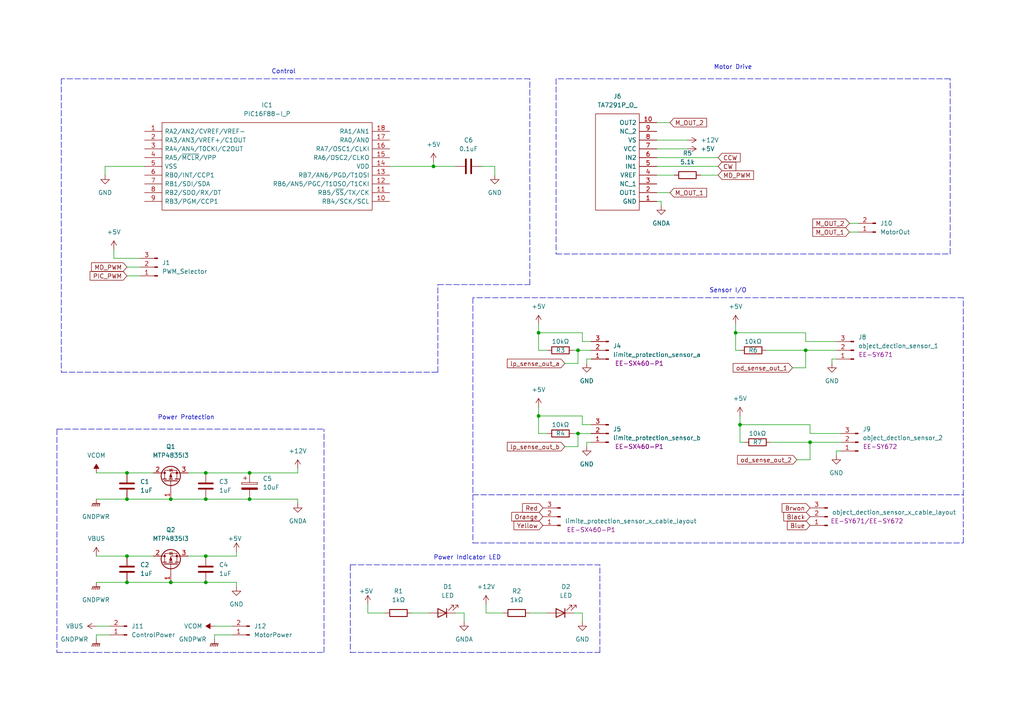
<source format=kicad_sch>
(kicad_sch (version 20211123) (generator eeschema)
  (paper "A4")
  (title_block (title "CREATIVE-1") (date "2022-11-19") (rev "0.1") (company "Copyright © 2022 Taiga Takano. All rights reserved."))
  (lib_symbols
    (symbol "Connector:Conn_01x02_Male" (pin_names (offset 1.016) hide)
      (property "Reference" "J" (at 0 2.54 0))
      (property "Value" "Conn_01x02_Male" (at 0 -5.08 0))
      (symbol "Conn_01x02_Male_1_1"
        (polyline (pts (xy 1.27 -2.54) (xy 0.8636 -2.54)) (stroke (width 0.1524)))
        (polyline (pts (xy 1.27 0) (xy 0.8636 0)) (stroke (width 0.1524)))
        (rectangle (start 0.8636 -2.413) (end 0 -2.667) (stroke (width 0.1524)) (fill (type outline)))
        (rectangle (start 0.8636 0.127) (end 0 -0.127) (stroke (width 0.1524)) (fill (type outline)))
        (pin passive line (at 5.08 0 180) (length 3.81) (name "Pin_1") (number "1"))
        (pin passive line (at 5.08 -2.54 180) (length 3.81) (name "Pin_2") (number "2"))
      )
    )
    (symbol "Connector:Conn_01x03_Male" (pin_names (offset 1.016) hide)
      (property "Reference" "J" (at 0 5.08 0))
      (property "Value" "Conn_01x03_Male" (at 0 -5.08 0))
      (symbol "Conn_01x03_Male_1_1"
        (polyline (pts (xy 1.27 -2.54) (xy 0.8636 -2.54)) (stroke (width 0.1524)))
        (polyline (pts (xy 1.27 0) (xy 0.8636 0)) (stroke (width 0.1524)))
        (polyline (pts (xy 1.27 2.54) (xy 0.8636 2.54)) (stroke (width 0.1524)))
        (rectangle (start 0.8636 -2.413) (end 0 -2.667) (stroke (width 0.1524)) (fill (type outline)))
        (rectangle (start 0.8636 0.127) (end 0 -0.127) (stroke (width 0.1524)) (fill (type outline)))
        (rectangle (start 0.8636 2.667) (end 0 2.413) (stroke (width 0.1524)) (fill (type outline)))
        (pin passive line (at 5.08 2.54 180) (length 3.81) (name "Pin_1") (number "1"))
        (pin passive line (at 5.08 0 180) (length 3.81) (name "Pin_2") (number "2"))
        (pin passive line (at 5.08 -2.54 180) (length 3.81) (name "Pin_3") (number "3"))
      )
    )
    (symbol "Device:C" (pin_numbers hide) (pin_names (offset 0.254))
      (property "Reference" "C" (at 0.635 2.54 0))
      (property "Value" "C" (at 0.635 -2.54 0))
      (symbol "C_0_1"
        (polyline (pts (xy -2.032 -0.762) (xy 2.032 -0.762)) (stroke (width 0.508)))
        (polyline (pts (xy -2.032 0.762) (xy 2.032 0.762)) (stroke (width 0.508)))
      )
      (symbol "C_1_1"
        (pin passive line (at 0 3.81 270) (length 2.794) (name "~") (number "1"))
        (pin passive line (at 0 -3.81 90) (length 2.794) (name "~") (number "2"))
      )
    )
    (symbol "Device:C_Polarized" (pin_numbers hide) (pin_names (offset 0.254))
      (property "Reference" "C" (at 0.635 2.54 0))
      (property "Value" "C_Polarized" (at 0.635 -2.54 0))
      (symbol "C_Polarized_0_1"
        (rectangle (start -2.286 0.508) (end 2.286 1.016))
        (polyline (pts (xy -1.778 2.286) (xy -0.762 2.286)))
        (polyline (pts (xy -1.27 2.794) (xy -1.27 1.778)))
        (rectangle (start 2.286 -0.508) (end -2.286 -1.016) (fill (type outline)))
      )
      (symbol "C_Polarized_1_1"
        (pin passive line (at 0 3.81 270) (length 2.794) (name "~") (number "1"))
        (pin passive line (at 0 -3.81 90) (length 2.794) (name "~") (number "2"))
      )
    )
    (symbol "Device:LED" (pin_numbers hide) (pin_names (offset 1.016) hide)
      (property "Reference" "D" (at 0 2.54 0))
      (property "Value" "LED" (at 0 -2.54 0))
      (symbol "LED_0_1"
        (polyline (pts (xy -1.27 -1.27) (xy -1.27 1.27)) (stroke (width 0.254)))
        (polyline (pts (xy -1.27 0) (xy 1.27 0)))
        (polyline (pts (xy 1.27 -1.27) (xy 1.27 1.27) (xy -1.27 0) (xy 1.27 -1.27)) (stroke (width 0.254)))
        (polyline (pts (xy -3.048 -0.762) (xy -4.572 -2.286) (xy -3.81 -2.286) (xy -4.572 -2.286) (xy -4.572 -1.524)))
        (polyline (pts (xy -1.778 -0.762) (xy -3.302 -2.286) (xy -2.54 -2.286) (xy -3.302 -2.286) (xy -3.302 -1.524)))
      )
      (symbol "LED_1_1"
        (pin passive line (at -3.81 0 0) (length 2.54) (name "K") (number "1"))
        (pin passive line (at 3.81 0 180) (length 2.54) (name "A") (number "2"))
      )
    )
    (symbol "Device:Q_PMOS_GDS" (pin_names (offset 0) hide)
      (property "Reference" "Q" (at 5.08 1.27 0))
      (property "Value" "Q_PMOS_GDS" (at 5.08 -1.27 0))
      (symbol "Q_PMOS_GDS_0_1"
        (polyline (pts (xy 0.254 0) (xy -2.54 0)))
        (polyline (pts (xy 0.254 1.905) (xy 0.254 -1.905)) (stroke (width 0.254)))
        (polyline (pts (xy 0.762 -1.27) (xy 0.762 -2.286)) (stroke (width 0.254)))
        (polyline (pts (xy 0.762 0.508) (xy 0.762 -0.508)) (stroke (width 0.254)))
        (polyline (pts (xy 0.762 2.286) (xy 0.762 1.27)) (stroke (width 0.254)))
        (polyline (pts (xy 2.54 2.54) (xy 2.54 1.778)))
        (polyline (pts (xy 2.54 -2.54) (xy 2.54 0) (xy 0.762 0)))
        (polyline (pts (xy 0.762 1.778) (xy 3.302 1.778) (xy 3.302 -1.778) (xy 0.762 -1.778)))
        (polyline (pts (xy 2.286 0) (xy 1.27 0.381) (xy 1.27 -0.381) (xy 2.286 0)) (fill (type outline)))
        (polyline (pts (xy 2.794 -0.508) (xy 2.921 -0.381) (xy 3.683 -0.381) (xy 3.81 -0.254)))
        (polyline (pts (xy 3.302 -0.381) (xy 2.921 0.254) (xy 3.683 0.254) (xy 3.302 -0.381)))
        (circle (center 1.651 0) (radius 2.794) (stroke (width 0.254)))
        (circle (center 2.54 -1.778) (radius 0.254) (fill (type outline)))
        (circle (center 2.54 1.778) (radius 0.254) (fill (type outline)))
      )
      (symbol "Q_PMOS_GDS_1_1"
        (pin input line (at -5.08 0 0) (length 2.54) (name "G") (number "1"))
        (pin passive line (at 2.54 5.08 270) (length 2.54) (name "D") (number "2"))
        (pin passive line (at 2.54 -5.08 90) (length 2.54) (name "S") (number "3"))
      )
    )
    (symbol "Device:R" (pin_numbers hide) (pin_names (offset 0))
      (property "Reference" "R" (at 2.032 0 90))
      (property "Value" "R" (at 0 0 90))
      (symbol "R_0_1"
        (rectangle (start -1.016 -2.54) (end 1.016 2.54) (stroke (width 0.254)))
      )
      (symbol "R_1_1"
        (pin passive line (at 0 3.81 270) (length 1.27) (name "~") (number "1"))
        (pin passive line (at 0 -3.81 90) (length 1.27) (name "~") (number "2"))
      )
    )
    (symbol "PIC16F88-I_P:PIC16F88-I_P" (pin_names (offset 0.762))
      (property "Reference" "IC" (at 67.31 7.62 0))
      (property "Value" "PIC16F88-I_P" (at 67.31 5.08 0))
      (symbol "PIC16F88-I_P_0_0"
        (pin passive line (at 0 0 0) (length 5.08) (name "RA2/AN2/CVREF/VREF-") (number "1"))
        (pin passive line (at 71.12 -20.32 180) (length 5.08) (name "RB4/SCK/SCL") (number "10"))
        (pin passive line (at 71.12 -17.78 180) (length 5.08) (name "RB5/~{SS}/TX/CK") (number "11"))
        (pin passive line (at 71.12 -15.24 180) (length 5.08) (name "RB6/AN5/PGC/T1OSO/T1CKI") (number "12"))
        (pin passive line (at 71.12 -12.7 180) (length 5.08) (name "RB7/AN6/PGD/T1OSI") (number "13"))
        (pin passive line (at 71.12 -10.16 180) (length 5.08) (name "VDD") (number "14"))
        (pin passive line (at 71.12 -7.62 180) (length 5.08) (name "RA6/OSC2/CLKO") (number "15"))
        (pin passive line (at 71.12 -5.08 180) (length 5.08) (name "RA7/OSC1/CLKI") (number "16"))
        (pin passive line (at 71.12 -2.54 180) (length 5.08) (name "RA0/AN0") (number "17"))
        (pin passive line (at 71.12 0 180) (length 5.08) (name "RA1/AN1") (number "18"))
        (pin passive line (at 0 -2.54 0) (length 5.08) (name "RA3/AN3/VREF+/C1OUT") (number "2"))
        (pin passive line (at 0 -5.08 0) (length 5.08) (name "RA4/AN4/T0CKI/C2OUT") (number "3"))
        (pin passive line (at 0 -7.62 0) (length 5.08) (name "RA5/~{MCLR}/VPP") (number "4"))
        (pin passive line (at 0 -10.16 0) (length 5.08) (name "VSS") (number "5"))
        (pin passive line (at 0 -12.7 0) (length 5.08) (name "RB0/INT/CCP1") (number "6"))
        (pin passive line (at 0 -15.24 0) (length 5.08) (name "RB1/SDI/SDA") (number "7"))
        (pin passive line (at 0 -17.78 0) (length 5.08) (name "RB2/SDO/RX/DT") (number "8"))
        (pin passive line (at 0 -20.32 0) (length 5.08) (name "RB3/PGM/CCP1") (number "9"))
      )
      (symbol "PIC16F88-I_P_0_1"
        (polyline (pts (xy 5.08 2.54) (xy 66.04 2.54) (xy 66.04 -22.86) (xy 5.08 -22.86) (xy 5.08 2.54)) (stroke (width 0.1524)))
      )
    )
    (symbol "TA7291P_O_:TA7291P_O_" (pin_names (offset 0.762))
      (property "Reference" "J" (at 19.05 7.62 0))
      (property "Value" "TA7291P_O_" (at 19.05 5.08 0))
      (symbol "TA7291P_O__0_0"
        (pin passive line (at 0 0 0) (length 5.08) (name "GND") (number "1"))
        (pin passive line (at 0 -22.86 0) (length 5.08) (name "OUT2") (number "10"))
        (pin passive line (at 0 -2.54 0) (length 5.08) (name "OUT1") (number "2"))
        (pin passive line (at 0 -5.08 0) (length 5.08) (name "NC_1") (number "3"))
        (pin passive line (at 0 -7.62 0) (length 5.08) (name "VREF") (number "4"))
        (pin passive line (at 0 -10.16 0) (length 5.08) (name "IN1") (number "5"))
        (pin passive line (at 0 -12.7 0) (length 5.08) (name "IN2") (number "6"))
        (pin passive line (at 0 -15.24 0) (length 5.08) (name "VCC") (number "7"))
        (pin passive line (at 0 -17.78 0) (length 5.08) (name "VS") (number "8"))
        (pin passive line (at 0 -20.32 0) (length 5.08) (name "NC_2") (number "9"))
      )
      (symbol "TA7291P_O__0_1"
        (polyline (pts (xy 5.08 2.54) (xy 17.78 2.54) (xy 17.78 -25.4) (xy 5.08 -25.4) (xy 5.08 2.54)) (stroke (width 0.1524)))
      )
    )
    (symbol "power:+12V" (power) (pin_names (offset 0))
      (property "Value" "+12V" (at 0 3.556 0))
      (symbol "+12V_0_1"
        (polyline (pts (xy -0.762 1.27) (xy 0 2.54)))
        (polyline (pts (xy 0 0) (xy 0 2.54)))
        (polyline (pts (xy 0 2.54) (xy 0.762 1.27)))
      )
      (symbol "+12V_1_1"
        (pin power_in line (at 0 0 90) (length 0) hide (name "+12V") (number "1"))
      )
    )
    (symbol "power:+5V" (power) (pin_names (offset 0))
      (property "Value" "+5V" (at 0 3.556 0))
      (symbol "+5V_0_1"
        (polyline (pts (xy -0.762 1.27) (xy 0 2.54)))
        (polyline (pts (xy 0 0) (xy 0 2.54)))
        (polyline (pts (xy 0 2.54) (xy 0.762 1.27)))
      )
      (symbol "+5V_1_1"
        (pin power_in line (at 0 0 90) (length 0) hide (name "+5V") (number "1"))
      )
    )
    (symbol "power:GND" (power) (pin_names (offset 0))
      (property "Value" "GND" (at 0 -3.81 0))
      (symbol "GND_0_1"
        (polyline (pts (xy 0 0) (xy 0 -1.27) (xy 1.27 -1.27) (xy 0 -2.54) (xy -1.27 -1.27) (xy 0 -1.27)))
      )
      (symbol "GND_1_1"
        (pin power_in line (at 0 0 270) (length 0) hide (name "GND") (number "1"))
      )
    )
    (symbol "power:GNDA" (power) (pin_names (offset 0))
      (property "Value" "GNDA" (at 0 -3.81 0))
      (symbol "GNDA_0_1"
        (polyline (pts (xy 0 0) (xy 0 -1.27) (xy 1.27 -1.27) (xy 0 -2.54) (xy -1.27 -1.27) (xy 0 -1.27)))
      )
      (symbol "GNDA_1_1"
        (pin power_in line (at 0 0 270) (length 0) hide (name "GNDA") (number "1"))
      )
    )
    (symbol "power:GNDPWR" (power) (pin_names (offset 0))
      (property "Value" "GNDPWR" (at 0 -3.302 0))
      (symbol "GNDPWR_0_1"
        (polyline (pts (xy 0 -1.27) (xy 0 0)))
        (polyline (pts (xy -1.016 -1.27) (xy -1.27 -2.032) (xy -1.27 -2.032)) (stroke (width 0.2032)))
        (polyline (pts (xy -0.508 -1.27) (xy -0.762 -2.032) (xy -0.762 -2.032)) (stroke (width 0.2032)))
        (polyline (pts (xy 0 -1.27) (xy -0.254 -2.032) (xy -0.254 -2.032)) (stroke (width 0.2032)))
        (polyline (pts (xy 0.508 -1.27) (xy 0.254 -2.032) (xy 0.254 -2.032)) (stroke (width 0.2032)))
        (polyline (pts (xy 1.016 -1.27) (xy -1.016 -1.27) (xy -1.016 -1.27)) (stroke (width 0.2032)))
        (polyline (pts (xy 1.016 -1.27) (xy 0.762 -2.032) (xy 0.762 -2.032) (xy 0.762 -2.032)) (stroke (width 0.2032)))
      )
      (symbol "GNDPWR_1_1"
        (pin power_in line (at 0 0 270) (length 0) hide (name "GNDPWR") (number "1"))
      )
    )
    (symbol "power:VBUS" (power) (pin_names (offset 0))
      (property "Value" "VBUS" (at 0 3.81 0))
      (symbol "VBUS_0_1"
        (polyline (pts (xy -0.762 1.27) (xy 0 2.54)))
        (polyline (pts (xy 0 0) (xy 0 2.54)))
        (polyline (pts (xy 0 2.54) (xy 0.762 1.27)))
      )
      (symbol "VBUS_1_1"
        (pin power_in line (at 0 0 90) (length 0) hide (name "VBUS") (number "1"))
      )
    )
    (symbol "power:VCOM" (power) (pin_names (offset 0))
      (property "Value" "VCOM" (at 0 3.81 0))
      (symbol "VCOM_0_1"
        (polyline (pts (xy 0 0) (xy 0 2.54)))
        (polyline (pts (xy 0.762 1.27) (xy -0.762 1.27) (xy 0 2.54) (xy 0.762 1.27)) (fill (type outline)))
      )
      (symbol "VCOM_1_1"
        (pin power_in line (at 0 0 90) (length 0) hide (name "VCOM") (number "1"))
      )
    )
  )
  (junction (at 214.63 123.19))
  (junction (at 36.83 144.78))
  (junction (at 36.83 137.16))
  (junction (at 36.83 168.91))
  (junction (at 234.95 128.27))
  (junction (at 156.21 96.52))
  (junction (at 72.39 137.16))
  (junction (at 59.69 144.78))
  (junction (at 59.69 168.91))
  (junction (at 72.39 144.78))
  (junction (at 213.36 96.52))
  (junction (at 36.83 161.29))
  (junction (at 125.73 48.26))
  (junction (at 49.53 168.91))
  (junction (at 167.64 125.73))
  (junction (at 59.69 137.16))
  (junction (at 233.68 101.6))
  (junction (at 59.69 161.29))
  (junction (at 167.64 101.6))
  (junction (at 49.53 144.78))
  (junction (at 156.21 120.65))
  (wire (pts (xy 166.37 125.73) (xy 167.64 125.73)))
  (wire (pts (xy 41.91 48.26) (xy 30.48 48.26)))
  (wire (pts (xy 215.9 128.27) (xy 214.63 128.27)))
  (wire (pts (xy 33.02 74.93) (xy 40.64 74.93)))
  (polyline (pts (xy 153.67 22.86) (xy 17.78 22.86)))
  (wire (pts (xy 168.91 177.8) (xy 168.91 180.34)))
  (polyline (pts (xy 93.98 189.23) (xy 93.98 124.46)))
  (polyline (pts (xy 161.29 73.66) (xy 275.59 73.66)))
  (wire (pts (xy 72.39 144.78) (xy 86.36 144.78)))
  (polyline (pts (xy 173.99 189.23) (xy 173.99 163.83)))
  (polyline (pts (xy 17.78 22.86) (xy 17.78 107.95)))
  (wire (pts (xy 233.68 101.6) (xy 242.57 101.6)))
  (wire (pts (xy 170.18 104.14) (xy 170.18 105.41)))
  (wire (pts (xy 156.21 93.98) (xy 156.21 96.52)))
  (wire (pts (xy 36.83 77.47) (xy 40.64 77.47)))
  (wire (pts (xy 214.63 123.19) (xy 234.95 123.19)))
  (wire (pts (xy 33.02 72.39) (xy 33.02 74.93)))
  (wire (pts (xy 49.53 168.91) (xy 59.69 168.91)))
  (wire (pts (xy 156.21 101.6) (xy 158.75 101.6)))
  (wire (pts (xy 243.84 130.81) (xy 242.57 130.81)))
  (polyline (pts (xy 137.16 157.48) (xy 279.4 157.48)))
  (polyline (pts (xy 101.6 163.83) (xy 173.99 163.83)))
  (wire (pts (xy 27.94 181.61) (xy 31.75 181.61)))
  (polyline (pts (xy 137.16 143.51) (xy 279.4 143.51)))
  (wire (pts (xy 171.45 104.14) (xy 170.18 104.14)))
  (polyline (pts (xy 101.6 163.83) (xy 101.6 189.23)))
  (wire (pts (xy 140.97 177.8) (xy 146.05 177.8)))
  (wire (pts (xy 190.5 58.42) (xy 191.77 58.42)))
  (wire (pts (xy 246.38 64.77) (xy 248.92 64.77)))
  (wire (pts (xy 125.73 48.26) (xy 125.73 46.99)))
  (wire (pts (xy 67.31 184.15) (xy 62.23 184.15)))
  (wire (pts (xy 223.52 128.27) (xy 234.95 128.27)))
  (wire (pts (xy 156.21 120.65) (xy 168.91 120.65)))
  (wire (pts (xy 68.58 170.18) (xy 68.58 168.91)))
  (wire (pts (xy 106.68 175.26) (xy 106.68 177.8)))
  (wire (pts (xy 59.69 161.29) (xy 68.58 161.29)))
  (wire (pts (xy 30.48 48.26) (xy 30.48 50.8)))
  (wire (pts (xy 106.68 177.8) (xy 111.76 177.8)))
  (polyline (pts (xy 137.16 86.36) (xy 137.16 157.48)))
  (wire (pts (xy 170.18 128.27) (xy 170.18 129.54)))
  (polyline (pts (xy 279.4 86.36) (xy 137.16 86.36)))
  (wire (pts (xy 156.21 120.65) (xy 156.21 125.73)))
  (wire (pts (xy 59.69 168.91) (xy 68.58 168.91)))
  (wire (pts (xy 36.83 80.01) (xy 40.64 80.01)))
  (wire (pts (xy 27.94 144.78) (xy 36.83 144.78)))
  (wire (pts (xy 171.45 123.19) (xy 168.91 123.19)))
  (polyline (pts (xy 16.51 124.46) (xy 93.98 124.46)))
  (wire (pts (xy 234.95 133.35) (xy 234.95 128.27)))
  (wire (pts (xy 168.91 123.19) (xy 168.91 120.65)))
  (wire (pts (xy 203.2 50.8) (xy 208.28 50.8)))
  (wire (pts (xy 156.21 96.52) (xy 168.91 96.52)))
  (wire (pts (xy 190.5 43.18) (xy 199.39 43.18)))
  (wire (pts (xy 166.37 177.8) (xy 168.91 177.8)))
  (wire (pts (xy 190.5 48.26) (xy 208.28 48.26)))
  (wire (pts (xy 214.63 101.6) (xy 213.36 101.6)))
  (wire (pts (xy 27.94 137.16) (xy 36.83 137.16)))
  (polyline (pts (xy 16.51 189.23) (xy 93.98 189.23)))
  (wire (pts (xy 86.36 135.89) (xy 86.36 137.16)))
  (wire (pts (xy 156.21 96.52) (xy 156.21 101.6)))
  (wire (pts (xy 54.61 137.16) (xy 59.69 137.16)))
  (wire (pts (xy 163.83 105.41) (xy 167.64 105.41)))
  (wire (pts (xy 166.37 101.6) (xy 167.64 101.6)))
  (wire (pts (xy 143.51 48.26) (xy 143.51 50.8)))
  (polyline (pts (xy 17.78 107.95) (xy 127 107.95)))
  (wire (pts (xy 27.94 168.91) (xy 36.83 168.91)))
  (wire (pts (xy 233.68 106.68) (xy 233.68 101.6)))
  (wire (pts (xy 113.03 48.26) (xy 125.73 48.26)))
  (wire (pts (xy 246.38 67.31) (xy 248.92 67.31)))
  (wire (pts (xy 31.75 184.15) (xy 27.94 184.15)))
  (wire (pts (xy 234.95 123.19) (xy 234.95 125.73)))
  (wire (pts (xy 54.61 161.29) (xy 59.69 161.29)))
  (polyline (pts (xy 279.4 157.48) (xy 279.4 86.36)))
  (wire (pts (xy 233.68 96.52) (xy 233.68 99.06)))
  (polyline (pts (xy 153.67 82.55) (xy 153.67 22.86)))
  (wire (pts (xy 222.25 101.6) (xy 233.68 101.6)))
  (wire (pts (xy 241.3 104.14) (xy 241.3 105.41)))
  (polyline (pts (xy 101.6 189.23) (xy 173.99 189.23)))
  (wire (pts (xy 132.08 177.8) (xy 134.62 177.8)))
  (wire (pts (xy 242.57 104.14) (xy 241.3 104.14)))
  (wire (pts (xy 234.95 128.27) (xy 243.84 128.27)))
  (wire (pts (xy 36.83 168.91) (xy 49.53 168.91)))
  (wire (pts (xy 191.77 58.42) (xy 191.77 59.69)))
  (wire (pts (xy 156.21 118.11) (xy 156.21 120.65)))
  (wire (pts (xy 36.83 137.16) (xy 44.45 137.16)))
  (wire (pts (xy 27.94 184.15) (xy 27.94 185.42)))
  (wire (pts (xy 214.63 123.19) (xy 214.63 128.27)))
  (wire (pts (xy 156.21 125.73) (xy 158.75 125.73)))
  (wire (pts (xy 140.97 175.26) (xy 140.97 177.8)))
  (wire (pts (xy 134.62 177.8) (xy 134.62 180.34)))
  (polyline (pts (xy 127 107.95) (xy 127 82.55)))
  (wire (pts (xy 171.45 128.27) (xy 170.18 128.27)))
  (wire (pts (xy 190.5 50.8) (xy 195.58 50.8)))
  (wire (pts (xy 168.91 99.06) (xy 168.91 96.52)))
  (wire (pts (xy 86.36 144.78) (xy 86.36 146.05)))
  (wire (pts (xy 167.64 101.6) (xy 171.45 101.6)))
  (wire (pts (xy 27.94 161.29) (xy 36.83 161.29)))
  (wire (pts (xy 229.87 106.68) (xy 233.68 106.68)))
  (wire (pts (xy 139.7 48.26) (xy 143.51 48.26)))
  (wire (pts (xy 190.5 35.56) (xy 194.31 35.56)))
  (polyline (pts (xy 275.59 73.66) (xy 275.59 22.86)))
  (wire (pts (xy 125.73 48.26) (xy 132.08 48.26)))
  (wire (pts (xy 49.53 144.78) (xy 59.69 144.78)))
  (wire (pts (xy 171.45 99.06) (xy 168.91 99.06)))
  (wire (pts (xy 72.39 137.16) (xy 86.36 137.16)))
  (wire (pts (xy 167.64 101.6) (xy 167.64 105.41)))
  (wire (pts (xy 242.57 130.81) (xy 242.57 132.08)))
  (wire (pts (xy 36.83 161.29) (xy 44.45 161.29)))
  (wire (pts (xy 213.36 96.52) (xy 213.36 101.6)))
  (wire (pts (xy 36.83 144.78) (xy 49.53 144.78)))
  (wire (pts (xy 214.63 120.65) (xy 214.63 123.19)))
  (wire (pts (xy 213.36 96.52) (xy 233.68 96.52)))
  (polyline (pts (xy 161.29 22.86) (xy 161.29 73.66)))
  (wire (pts (xy 59.69 144.78) (xy 72.39 144.78)))
  (wire (pts (xy 190.5 45.72) (xy 208.28 45.72)))
  (polyline (pts (xy 275.59 22.86) (xy 161.29 22.86)))
  (wire (pts (xy 213.36 93.98) (xy 213.36 96.52)))
  (wire (pts (xy 163.83 129.54) (xy 167.64 129.54)))
  (wire (pts (xy 242.57 99.06) (xy 233.68 99.06)))
  (wire (pts (xy 68.58 160.02) (xy 68.58 161.29)))
  (polyline (pts (xy 127 82.55) (xy 153.67 82.55)))
  (wire (pts (xy 62.23 181.61) (xy 67.31 181.61)))
  (wire (pts (xy 243.84 125.73) (xy 234.95 125.73)))
  (wire (pts (xy 167.64 125.73) (xy 167.64 129.54)))
  (wire (pts (xy 167.64 125.73) (xy 171.45 125.73)))
  (wire (pts (xy 59.69 137.16) (xy 72.39 137.16)))
  (wire (pts (xy 231.14 133.35) (xy 234.95 133.35)))
  (wire (pts (xy 62.23 184.15) (xy 62.23 185.42)))
  (wire (pts (xy 190.5 55.88) (xy 194.31 55.88)))
  (wire (pts (xy 119.38 177.8) (xy 124.46 177.8)))
  (wire (pts (xy 153.67 177.8) (xy 158.75 177.8)))
  (polyline (pts (xy 16.51 124.46) (xy 16.51 189.23)))
  (wire (pts (xy 190.5 40.64) (xy 199.39 40.64)))
  (text "Power Indicator LED" (at 125.73 162.56 0) (effects (font (size 1.27 1.27)) (justify left bottom)))
  (text "Control" (at 78.74 21.59 0) (effects (font (size 1.27 1.27)) (justify left bottom)))
  (text "Power Protection" (at 45.72 121.92 0) (effects (font (size 1.27 1.27)) (justify left bottom)))
  (text "Motor Drive" (at 207.01 20.32 0) (effects (font (size 1.27 1.27)) (justify left bottom)))
  (text "Sensor I/O" (at 205.74 85.09 0) (effects (font (size 1.27 1.27)) (justify left bottom)))
  (global_label "PIC_PWM" (shape input) (at 36.83 80.01 180) (property "Intersheet References" "${INTERSHEET_REFS}" (effects hide)))
  (global_label "od_sense_out_2" (shape input) (at 231.14 133.35 180) (property "Intersheet References" "${INTERSHEET_REFS}" (effects hide)))
  (global_label "MD_PWM" (shape input) (at 36.83 77.47 180) (property "Intersheet References" "${INTERSHEET_REFS}" (effects hide)))
  (global_label "lp_sense_out_b" (shape input) (at 163.83 129.54 180) (property "Intersheet References" "${INTERSHEET_REFS}" (effects hide)))
  (global_label "Orange" (shape input) (at 157.48 149.86 180) (property "Intersheet References" "${INTERSHEET_REFS}" (effects hide)))
  (global_label "od_sense_out_1" (shape input) (at 229.87 106.68 180) (property "Intersheet References" "${INTERSHEET_REFS}" (effects hide)))
  (global_label "lp_sense_out_a" (shape input) (at 163.83 105.41 180) (property "Intersheet References" "${INTERSHEET_REFS}" (effects hide)))
  (global_label "Yellow" (shape input) (at 157.48 152.4 180) (property "Intersheet References" "${INTERSHEET_REFS}" (effects hide)))
  (global_label "M_OUT_1" (shape input) (at 246.38 67.31 180) (property "Intersheet References" "${INTERSHEET_REFS}" (effects hide)))
  (global_label "M_OUT_2" (shape input) (at 194.31 35.56 0) (property "Intersheet References" "${INTERSHEET_REFS}" (effects hide)))
  (global_label "CW" (shape input) (at 208.28 48.26 0) (property "Intersheet References" "${INTERSHEET_REFS}" (effects hide)))
  (global_label "Brwon" (shape input) (at 234.95 147.32 180) (property "Intersheet References" "${INTERSHEET_REFS}" (effects hide)))
  (global_label "Black" (shape input) (at 234.95 149.86 180) (property "Intersheet References" "${INTERSHEET_REFS}" (effects hide)))
  (global_label "CCW" (shape input) (at 208.28 45.72 0) (property "Intersheet References" "${INTERSHEET_REFS}" (effects hide)))
  (global_label "M_OUT_1" (shape input) (at 194.31 55.88 0) (property "Intersheet References" "${INTERSHEET_REFS}" (effects hide)))
  (global_label "M_OUT_2" (shape input) (at 246.38 64.77 180) (property "Intersheet References" "${INTERSHEET_REFS}" (effects hide)))
  (global_label "Blue" (shape input) (at 234.95 152.4 180) (property "Intersheet References" "${INTERSHEET_REFS}" (effects hide)))
  (global_label "MD_PWM" (shape input) (at 208.28 50.8 0) (property "Intersheet References" "${INTERSHEET_REFS}" (effects hide)))
  (global_label "Red" (shape input) (at 157.48 147.32 180) (property "Intersheet References" "${INTERSHEET_REFS}" (effects hide)))
  (symbol (lib_id "Device:C") (at 59.69 140.97 0) (unit 1)
    (property "Reference" "C3" (at 63.5 139.6999 0) (effects (justify left)))
    (property "Value" "1uF" (at 63.5 142.2399 0) (effects (justify left)))
    (property "Footprint" "Capacitor_THT:C_Disc_D4.3mm_W1.9mm_P5.00mm" (effects hide))
  )
  (symbol (lib_id "power:GND") (at 30.48 50.8 0) (unit 1)
    (property "Reference" "#PWR05" (effects hide))
    (property "Value" "GND" (at 30.48 55.88 0))
  )
  (symbol (lib_id "power:VCOM") (at 62.23 181.61 90) (unit 1)
    (property "Reference" "#PWR031" (effects hide))
    (property "Value" "VCOM" (at 53.34 181.61 90) (effects (justify right)))
  )
  (symbol (lib_id "Device:R") (at 115.57 177.8 90) (unit 1)
    (property "Reference" "R1" (at 115.57 171.45 90))
    (property "Value" "1kΩ" (at 115.57 173.99 90))
    (property "Footprint" "Resistor_THT:R_Axial_DIN0204_L3.6mm_D1.6mm_P2.54mm_Vertical" (effects hide))
  )
  (symbol (lib_id "power:GNDA") (at 86.36 146.05 0) (unit 1)
    (property "Reference" "#PWR011" (effects hide))
    (property "Value" "GNDA" (at 86.36 151.13 0))
  )
  (symbol (lib_id "Device:R") (at 149.86 177.8 90) (unit 1)
    (property "Reference" "R2" (at 149.86 171.45 90))
    (property "Value" "1kΩ" (at 149.86 173.99 90))
    (property "Footprint" "Resistor_THT:R_Axial_DIN0204_L3.6mm_D1.6mm_P2.54mm_Vertical" (effects hide))
  )
  (symbol (lib_id "Device:C") (at 36.83 140.97 0) (unit 1)
    (property "Reference" "C1" (at 40.64 139.6999 0) (effects (justify left)))
    (property "Value" "1uF" (at 40.64 142.2399 0) (effects (justify left)))
    (property "Footprint" "Capacitor_THT:C_Disc_D4.3mm_W1.9mm_P5.00mm" (effects hide))
  )
  (symbol (lib_id "power:GNDA") (at 191.77 59.69 0) (unit 1)
    (property "Reference" "#PWR022" (effects hide))
    (property "Value" "GNDA" (at 191.77 64.77 0))
  )
  (symbol (lib_id "Connector:Conn_01x03_Male") (at 162.56 149.86 180) (unit 1)
    (property "Reference" "J3" (effects hide))
    (property "Value" "limite_protection_sensor_x_cable_layout" (at 163.83 151.13 0) (effects (justify right)))
    (property "Footprint" "Connector_PinHeader_2.54mm:PinHeader_1x03_P2.54mm_Vertical" (effects hide))
    (property "Name" "EE-SX460-P1" (at 171.45 153.67 0))
  )
  (symbol (lib_id "power:GND") (at 68.58 170.18 0) (unit 1)
    (property "Reference" "#PWR09" (effects hide))
    (property "Value" "GND" (at 68.58 175.26 0))
  )
  (symbol (lib_id "Device:C_Polarized") (at 72.39 140.97 0) (unit 1)
    (property "Reference" "C5" (at 76.2 138.8109 0) (effects (justify left)))
    (property "Value" "10uF" (at 76.2 141.3509 0) (effects (justify left)))
    (property "Footprint" "Capacitor_THT:CP_Radial_D10.0mm_P5.00mm" (effects hide))
  )
  (symbol (lib_id "Connector:Conn_01x03_Male") (at 176.53 125.73 180) (unit 1)
    (property "Reference" "J5" (at 177.8 124.4599 0) (effects (justify right)))
    (property "Value" "limite_protection_sensor_b" (at 177.8 127 0) (effects (justify right)))
    (property "Footprint" "Connector_PinHeader_2.54mm:PinHeader_1x03_P2.54mm_Vertical" (effects hide))
    (property "Name" "EE-SX460-P1" (at 185.42 129.54 0))
  )
  (symbol (lib_id "power:VCOM") (at 27.94 137.16 0) (unit 1)
    (property "Reference" "#PWR01" (effects hide))
    (property "Value" "VCOM" (at 27.94 132.08 0))
  )
  (symbol (lib_id "power:+5V") (at 125.73 46.99 0) (unit 1)
    (property "Reference" "#PWR013" (effects hide))
    (property "Value" "+5V" (at 125.73 41.91 0))
  )
  (symbol (lib_id "Device:C") (at 59.69 165.1 0) (unit 1)
    (property "Reference" "C4" (at 63.5 163.8299 0) (effects (justify left)))
    (property "Value" "1uF" (at 63.5 166.3699 0) (effects (justify left)))
    (property "Footprint" "Capacitor_THT:C_Disc_D4.3mm_W1.9mm_P5.00mm" (effects hide))
  )
  (symbol (lib_id "power:+5V") (at 156.21 118.11 0) (unit 1)
    (property "Reference" "#PWR018" (effects hide))
    (property "Value" "+5V" (at 156.21 113.03 0))
  )
  (symbol (lib_id "Connector:Conn_01x02_Male") (at 254 67.31 180) (unit 1)
    (property "Reference" "J10" (at 255.27 64.7699 0) (effects (justify right)))
    (property "Value" "MotorOut" (at 255.27 67.3099 0) (effects (justify right)))
    (property "Footprint" "TerminalBlock:TerminalBlock_bornier-2_P5.08mm" (effects hide))
  )
  (symbol (lib_id "Device:R") (at 162.56 101.6 90) (unit 1)
    (property "Reference" "R3" (at 162.56 101.6 90))
    (property "Value" "10kΩ" (at 162.56 99.06 90))
    (property "Footprint" "Resistor_THT:R_Axial_DIN0204_L3.6mm_D1.6mm_P2.54mm_Vertical" (effects hide))
  )
  (symbol (lib_id "power:GND") (at 143.51 50.8 0) (unit 1)
    (property "Reference" "#PWR016" (effects hide))
    (property "Value" "GND" (at 143.51 55.88 0))
  )
  (symbol (lib_id "Connector:Conn_01x03_Male") (at 176.53 101.6 180) (unit 1)
    (property "Reference" "J4" (at 177.8 100.3299 0) (effects (justify right)))
    (property "Value" "limite_protection_sensor_a" (at 177.8 102.87 0) (effects (justify right)))
    (property "Footprint" "Connector_PinHeader_2.54mm:PinHeader_1x03_P2.54mm_Vertical" (effects hide))
    (property "Name" "EE-SX460-P1" (at 185.42 105.41 0))
  )
  (symbol (lib_id "power:+5V") (at 213.36 93.98 0) (unit 1)
    (property "Reference" "#PWR025" (effects hide))
    (property "Value" "+5V" (at 213.36 88.9 0))
  )
  (symbol (lib_id "Device:R") (at 199.39 50.8 90) (unit 1)
    (property "Reference" "R5" (at 199.39 44.45 90))
    (property "Value" "5.1k" (at 199.39 46.99 90))
    (property "Footprint" "Resistor_THT:R_Axial_DIN0204_L3.6mm_D1.6mm_P2.54mm_Vertical" (effects hide))
  )
  (symbol (lib_id "power:GNDPWR") (at 27.94 185.42 0) (unit 1)
    (property "Reference" "#PWR030" (effects hide))
    (property "Value" "GNDPWR" (at 21.59 185.42 0))
  )
  (symbol (lib_id "Connector:Conn_01x02_Male") (at 72.39 184.15 180) (unit 1)
    (property "Reference" "J12" (at 73.66 181.6099 0) (effects (justify right)))
    (property "Value" "MotorPower" (at 73.66 184.1499 0) (effects (justify right)))
    (property "Footprint" "TerminalBlock:TerminalBlock_bornier-2_P5.08mm" (effects hide))
  )
  (symbol (lib_id "Device:R") (at 219.71 128.27 90) (unit 1)
    (property "Reference" "R7" (at 219.71 128.27 90))
    (property "Value" "10kΩ" (at 219.71 125.73 90))
    (property "Footprint" "Resistor_THT:R_Axial_DIN0204_L3.6mm_D1.6mm_P2.54mm_Vertical" (effects hide))
  )
  (symbol (lib_id "Device:Q_PMOS_GDS") (at 49.53 163.83 90) (unit 1)
    (property "Reference" "Q2" (at 49.53 153.67 90))
    (property "Value" "MTP4835I3" (at 49.53 156.21 90))
    (property "Footprint" "Connector_PinHeader_2.54mm:PinHeader_1x03_P2.54mm_Vertical" (effects hide))
  )
  (symbol (lib_id "power:GNDPWR") (at 27.94 144.78 0) (unit 1)
    (property "Reference" "#PWR02" (effects hide))
    (property "Value" "GNDPWR" (at 27.813 149.86 0))
  )
  (symbol (lib_id "power:GND") (at 242.57 132.08 0) (unit 1)
    (property "Reference" "#PWR028" (effects hide))
    (property "Value" "GND" (at 242.57 137.16 0))
  )
  (symbol (lib_id "power:GNDPWR") (at 27.94 168.91 0) (unit 1)
    (property "Reference" "#PWR04" (effects hide))
    (property "Value" "GNDPWR" (at 27.813 173.99 0))
  )
  (symbol (lib_id "power:+5V") (at 106.68 175.26 0) (unit 1)
    (property "Reference" "#PWR012" (effects hide))
    (property "Value" "+5V" (at 104.14 171.45 0) (effects (justify left)))
  )
  (symbol (lib_id "power:GND") (at 168.91 180.34 0) (unit 1)
    (property "Reference" "#PWR019" (effects hide))
    (property "Value" "GND" (at 168.91 185.42 0))
  )
  (symbol (lib_id "power:+5V") (at 214.63 120.65 0) (unit 1)
    (property "Reference" "#PWR026" (effects hide))
    (property "Value" "+5V" (at 214.63 115.57 0))
  )
  (symbol (lib_id "Device:LED") (at 128.27 177.8 180) (unit 1)
    (property "Reference" "D1" (at 129.8575 170.18 0))
    (property "Value" "LED" (at 129.8575 172.72 0))
    (property "Footprint" "LED_THT:LED_D3.0mm" (effects hide))
  )
  (symbol (lib_id "power:+5V") (at 199.39 43.18 270) (unit 1)
    (property "Reference" "#PWR024" (effects hide))
    (property "Value" "+5V" (at 203.2 43.1799 90) (effects (justify left)))
  )
  (symbol (lib_id "power:+5V") (at 68.58 160.02 0) (unit 1)
    (property "Reference" "#PWR08" (effects hide))
    (property "Value" "+5V" (at 66.04 156.21 0) (effects (justify left)))
  )
  (symbol (lib_id "power:+12V") (at 199.39 40.64 270) (unit 1)
    (property "Reference" "#PWR023" (effects hide))
    (property "Value" "+12V" (at 203.2 40.6399 90) (effects (justify left)))
  )
  (symbol (lib_id "TA7291P_O_:TA7291P_O_") (at 190.5 58.42 180) (unit 1)
    (property "Reference" "J6" (at 179.07 27.94 0))
    (property "Value" "TA7291P_O_" (at 179.07 30.48 0))
    (property "Footprint" "lib_TA7291P_O_:TO254P420X2700X1580-10P" (effects hide))
    (property "Datasheet" "http://uk.rs-online.com/web/p/products/6939298" (effects hide))
    (property "Description" "Toshiba TA7291P(O) Motor Driver IC" (effects hide))
    (property "Height" "4.2" (effects hide))
    (property "RS Part Number" "6939298" (effects hide))
    (property "RS Price/Stock" "http://uk.rs-online.com/web/p/products/6939298" (effects hide))
    (property "Manufacturer_Name" "Toshiba" (effects hide))
    (property "Manufacturer_Part_Number" "TA7291P(O)" (effects hide))
  )
  (symbol (lib_id "power:+12V") (at 86.36 135.89 0) (unit 1)
    (property "Reference" "#PWR010" (effects hide))
    (property "Value" "+12V" (at 86.36 130.81 0))
  )
  (symbol (lib_id "Connector:Conn_01x02_Male") (at 36.83 184.15 180) (unit 1)
    (property "Reference" "J11" (at 38.1 181.6099 0) (effects (justify right)))
    (property "Value" "ControlPower" (at 38.1 184.1499 0) (effects (justify right)))
    (property "Footprint" "TerminalBlock:TerminalBlock_bornier-2_P5.08mm" (effects hide))
  )
  (symbol (lib_id "power:+5V") (at 33.02 72.39 0) (unit 1)
    (property "Reference" "#PWR06" (effects hide))
    (property "Value" "+5V" (at 33.02 67.31 0))
  )
  (symbol (lib_id "power:VBUS") (at 27.94 181.61 90) (unit 1)
    (property "Reference" "#PWR029" (effects hide))
    (property "Value" "VBUS" (at 19.05 181.61 90) (effects (justify right)))
  )
  (symbol (lib_id "power:GND") (at 241.3 105.41 0) (unit 1)
    (property "Reference" "#PWR027" (effects hide))
    (property "Value" "GND" (at 241.3 110.49 0))
  )
  (symbol (lib_id "Connector:Conn_01x03_Male") (at 240.03 149.86 180) (unit 1)
    (property "Reference" "J7" (effects hide))
    (property "Value" "object_dection_sensor_x_cable_layout" (at 241.3 148.59 0) (effects (justify right)))
    (property "Name" "EE-SY671/EE-SY672" (at 251.46 151.13 0))
  )
  (symbol (lib_id "PIC16F88-I_P:PIC16F88-I_P") (at 41.91 38.1 0) (unit 1)
    (property "Reference" "IC1" (at 77.47 30.48 0))
    (property "Value" "PIC16F88-I_P" (at 77.47 33.02 0))
    (property "Footprint" "lib_PIC16F88-I_P:DIP794W56P254L2286H533Q18N" (effects hide))
    (property "Datasheet" "http://uk.rs-online.com/web/p/products/6230487P" (effects hide))
    (property "Description" "PIC16F88-I/P, 8 bit PIC Microcontroller 20MHz 256 B, 7168 B Flash, 368 B RAM, I2C 18-Pin PDIP" (effects hide))
    (property "Height" "5.334" (effects hide))
    (property "RS Part Number" "6230487P" (effects hide))
    (property "RS Price/Stock" "http://uk.rs-online.com/web/p/products/6230487P" (effects hide))
    (property "Manufacturer_Name" "Microchip" (effects hide))
    (property "Manufacturer_Part_Number" "PIC16F88-I/P" (effects hide))
    (property "Allied_Number" "70045634" (effects hide))
  )
  (symbol (lib_id "Connector:Conn_01x03_Male") (at 247.65 101.6 180) (unit 1)
    (property "Reference" "J8" (at 248.92 97.79 0) (effects (justify right)))
    (property "Value" "object_dection_sensor_1" (at 248.92 100.33 0) (effects (justify right)))
    (property "Footprint" "Connector_PinHeader_2.54mm:PinHeader_1x03_P2.54mm_Vertical" (effects hide))
    (property "Name" "EE-SY671" (at 254 102.87 0))
  )
  (symbol (lib_id "Device:C") (at 36.83 165.1 0) (unit 1)
    (property "Reference" "C2" (at 40.64 163.8299 0) (effects (justify left)))
    (property "Value" "1uF" (at 40.64 166.3699 0) (effects (justify left)))
    (property "Footprint" "Capacitor_THT:C_Disc_D4.3mm_W1.9mm_P5.00mm" (effects hide))
  )
  (symbol (lib_id "Device:LED") (at 162.56 177.8 180) (unit 1)
    (property "Reference" "D2" (at 164.1475 170.18 0))
    (property "Value" "LED" (at 164.1475 172.72 0))
    (property "Footprint" "LED_THT:LED_D3.0mm" (effects hide))
  )
  (symbol (lib_id "Device:R") (at 218.44 101.6 90) (unit 1)
    (property "Reference" "R6" (at 218.44 101.6 90))
    (property "Value" "10kΩ" (at 218.44 99.06 90))
    (property "Footprint" "Resistor_THT:R_Axial_DIN0204_L3.6mm_D1.6mm_P2.54mm_Vertical" (effects hide))
  )
  (symbol (lib_id "Connector:Conn_01x03_Male") (at 45.72 77.47 180) (unit 1)
    (property "Reference" "J1" (at 46.99 76.1999 0) (effects (justify right)))
    (property "Value" "PWM_Selector" (at 46.99 78.7399 0) (effects (justify right)))
    (property "Footprint" "Connector_PinHeader_2.54mm:PinHeader_1x03_P2.54mm_Vertical" (effects hide))
  )
  (symbol (lib_id "Device:R") (at 162.56 125.73 90) (unit 1)
    (property "Reference" "R4" (at 162.56 125.73 90))
    (property "Value" "10kΩ" (at 162.56 123.19 90))
    (property "Footprint" "Resistor_THT:R_Axial_DIN0204_L3.6mm_D1.6mm_P2.54mm_Vertical" (effects hide))
  )
  (symbol (lib_id "Device:Q_PMOS_GDS") (at 49.53 139.7 90) (unit 1)
    (property "Reference" "Q1" (at 49.53 129.54 90))
    (property "Value" "MTP4835I3" (at 49.53 132.08 90))
    (property "Footprint" "Connector_PinHeader_2.54mm:PinHeader_1x03_P2.54mm_Vertical" (effects hide))
  )
  (symbol (lib_id "Connector:Conn_01x03_Male") (at 248.92 128.27 180) (unit 1)
    (property "Reference" "J9" (at 250.19 124.46 0) (effects (justify right)))
    (property "Value" "object_dection_sensor_2" (at 250.19 127 0) (effects (justify right)))
    (property "Footprint" "Connector_PinHeader_2.54mm:PinHeader_1x03_P2.54mm_Vertical" (effects hide))
    (property "Name" "EE-SY672" (at 255.27 129.54 0))
  )
  (symbol (lib_id "Device:C") (at 135.89 48.26 90) (unit 1)
    (property "Reference" "C6" (at 135.89 40.64 90))
    (property "Value" "0.1uF" (at 135.89 43.18 90))
    (property "Footprint" "Capacitor_THT:C_Disc_D4.3mm_W1.9mm_P5.00mm" (effects hide))
  )
  (symbol (lib_id "power:GNDPWR") (at 62.23 185.42 0) (unit 1)
    (property "Reference" "#PWR032" (effects hide))
    (property "Value" "GNDPWR" (at 55.88 185.42 0))
  )
  (symbol (lib_id "power:GND") (at 170.18 129.54 0) (unit 1)
    (property "Reference" "#PWR021" (effects hide))
    (property "Value" "GND" (at 170.18 134.62 0))
  )
  (symbol (lib_id "power:VBUS") (at 27.94 161.29 0) (unit 1)
    (property "Reference" "#PWR03" (effects hide))
    (property "Value" "VBUS" (at 27.94 156.21 0))
  )
  (symbol (lib_id "power:GND") (at 170.18 105.41 0) (unit 1)
    (property "Reference" "#PWR020" (effects hide))
    (property "Value" "GND" (at 170.18 110.49 0))
  )
  (symbol (lib_id "power:GNDA") (at 134.62 180.34 0) (unit 1)
    (property "Reference" "#PWR014" (effects hide))
    (property "Value" "GNDA" (at 134.62 185.42 0))
  )
  (symbol (lib_id "power:+5V") (at 156.21 93.98 0) (unit 1)
    (property "Reference" "#PWR017" (effects hide))
    (property "Value" "+5V" (at 156.21 88.9 0))
  )
  (symbol (lib_id "power:+12V") (at 140.97 175.26 0) (unit 1)
    (property "Reference" "#PWR015" (effects hide))
    (property "Value" "+12V" (at 140.97 170.18 0))
  )
)
</source>
